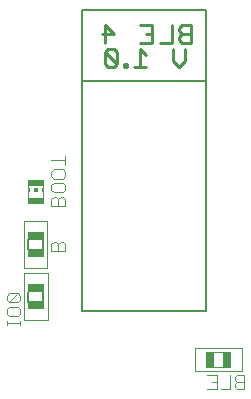
<source format=gbo>
G75*
%MOIN*%
%OFA0B0*%
%FSLAX25Y25*%
%IPPOS*%
%LPD*%
%AMOC8*
5,1,8,0,0,1.08239X$1,22.5*
%
%ADD10C,0.01000*%
%ADD11C,0.00500*%
%ADD12C,0.00200*%
%ADD13C,0.00400*%
%ADD14R,0.02953X0.05709*%
%ADD15C,0.00600*%
%ADD16R,0.05512X0.02559*%
%ADD17R,0.00591X0.01181*%
%ADD18R,0.01181X0.01181*%
%ADD19R,0.05315X0.02362*%
D10*
X0053081Y0235011D02*
X0055082Y0235011D01*
X0056083Y0236012D01*
X0052080Y0240016D01*
X0052080Y0236012D01*
X0053081Y0235011D01*
X0056083Y0236012D02*
X0056083Y0240016D01*
X0055082Y0241017D01*
X0053081Y0241017D01*
X0052080Y0240016D01*
X0051826Y0242886D02*
X0051826Y0248891D01*
X0054829Y0245888D01*
X0050826Y0245888D01*
X0058305Y0236012D02*
X0058305Y0235011D01*
X0059306Y0235011D01*
X0059306Y0236012D01*
X0058305Y0236012D01*
X0061748Y0235011D02*
X0065751Y0235011D01*
X0063750Y0235011D02*
X0063750Y0241017D01*
X0065751Y0239015D01*
X0067720Y0242886D02*
X0063717Y0242886D01*
X0065718Y0245888D02*
X0067720Y0245888D01*
X0067720Y0242886D02*
X0067720Y0248891D01*
X0063717Y0248891D01*
X0070162Y0242886D02*
X0074165Y0242886D01*
X0074165Y0248891D01*
X0076608Y0247890D02*
X0076608Y0246889D01*
X0077608Y0245888D01*
X0080611Y0245888D01*
X0080611Y0242886D02*
X0080611Y0248891D01*
X0077608Y0248891D01*
X0076608Y0247890D01*
X0077608Y0245888D02*
X0076608Y0244887D01*
X0076608Y0243886D01*
X0077608Y0242886D01*
X0080611Y0242886D01*
X0078642Y0241017D02*
X0078642Y0237013D01*
X0076641Y0235011D01*
X0074639Y0237013D01*
X0074639Y0241017D01*
D11*
X0085542Y0230163D02*
X0085542Y0253785D01*
X0044204Y0253785D01*
X0044204Y0230163D01*
X0085542Y0230163D01*
X0085542Y0153391D01*
X0044204Y0153391D01*
X0044204Y0230163D01*
D12*
X0032779Y0183548D02*
X0025039Y0183548D01*
X0025039Y0168012D01*
X0032779Y0168012D01*
X0032779Y0183548D01*
X0032850Y0166048D02*
X0025109Y0166048D01*
X0025109Y0150512D01*
X0032850Y0150512D01*
X0032850Y0166048D01*
X0082027Y0141235D02*
X0082027Y0133495D01*
X0097562Y0133495D01*
X0097562Y0141235D01*
X0082027Y0141235D01*
D13*
X0019179Y0148703D02*
X0019179Y0150238D01*
X0019179Y0149470D02*
X0023783Y0149470D01*
X0023783Y0148703D02*
X0023783Y0150238D01*
X0023016Y0151772D02*
X0019947Y0151772D01*
X0019179Y0152539D01*
X0019179Y0154074D01*
X0019947Y0154841D01*
X0023016Y0154841D01*
X0023783Y0154074D01*
X0023783Y0152539D01*
X0023016Y0151772D01*
X0023016Y0156376D02*
X0019947Y0156376D01*
X0023016Y0159445D01*
X0019947Y0159445D01*
X0019179Y0158678D01*
X0019179Y0157143D01*
X0019947Y0156376D01*
X0023016Y0156376D02*
X0023783Y0157143D01*
X0023783Y0158678D01*
X0023016Y0159445D01*
X0034109Y0173480D02*
X0034109Y0175782D01*
X0034877Y0176549D01*
X0035644Y0176549D01*
X0036411Y0175782D01*
X0036411Y0173480D01*
X0036411Y0175782D02*
X0037179Y0176549D01*
X0037946Y0176549D01*
X0038713Y0175782D01*
X0038713Y0173480D01*
X0034109Y0173480D01*
X0034094Y0188480D02*
X0034094Y0190782D01*
X0034862Y0191549D01*
X0035629Y0191549D01*
X0036396Y0190782D01*
X0036396Y0188480D01*
X0036396Y0190782D02*
X0037164Y0191549D01*
X0037931Y0191549D01*
X0038698Y0190782D01*
X0038698Y0188480D01*
X0034094Y0188480D01*
X0031355Y0191508D02*
X0031355Y0195052D01*
X0034094Y0195386D02*
X0034094Y0193851D01*
X0034862Y0193084D01*
X0037931Y0193084D01*
X0038698Y0193851D01*
X0038698Y0195386D01*
X0037931Y0196153D01*
X0034862Y0196153D01*
X0034094Y0195386D01*
X0034862Y0197688D02*
X0034094Y0198455D01*
X0034094Y0199990D01*
X0034862Y0200757D01*
X0037931Y0200757D01*
X0038698Y0199990D01*
X0038698Y0198455D01*
X0037931Y0197688D01*
X0034862Y0197688D01*
X0034094Y0203826D02*
X0038698Y0203826D01*
X0038698Y0202292D02*
X0038698Y0205361D01*
X0026434Y0195052D02*
X0026434Y0191410D01*
X0086129Y0132169D02*
X0089198Y0132169D01*
X0089198Y0127565D01*
X0086129Y0127565D01*
X0087664Y0129867D02*
X0089198Y0129867D01*
X0090733Y0127565D02*
X0093802Y0127565D01*
X0093802Y0132169D01*
X0095337Y0131402D02*
X0095337Y0130634D01*
X0096104Y0129867D01*
X0098406Y0129867D01*
X0098406Y0127565D02*
X0096104Y0127565D01*
X0095337Y0128332D01*
X0095337Y0129100D01*
X0096104Y0129867D01*
X0095337Y0131402D02*
X0096104Y0132169D01*
X0098406Y0132169D01*
X0098406Y0127565D01*
X0091294Y0134767D02*
X0088294Y0134767D01*
X0088393Y0139963D02*
X0091294Y0139963D01*
D14*
X0092671Y0137361D03*
X0086971Y0137361D03*
D15*
X0031479Y0156666D02*
X0031479Y0159894D01*
X0026479Y0159894D02*
X0026479Y0156666D01*
X0026409Y0174166D02*
X0026409Y0177394D01*
X0031409Y0177394D02*
X0031409Y0174166D01*
D16*
X0028915Y0172860D03*
X0028915Y0178660D03*
X0028974Y0161200D03*
X0028974Y0155400D03*
D17*
X0031257Y0193871D03*
X0026532Y0193871D03*
D18*
X0028894Y0193871D03*
D19*
X0028894Y0196233D03*
X0028894Y0190327D03*
M02*

</source>
